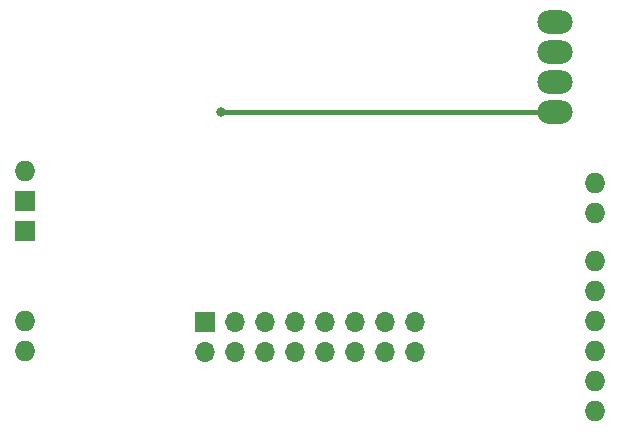
<source format=gbr>
%TF.GenerationSoftware,KiCad,Pcbnew,(6.0.11)*%
%TF.CreationDate,2024-01-05T14:55:53+00:00*%
%TF.ProjectId,EcoIDTester,45636f49-4454-4657-9374-65722e6b6963,rev?*%
%TF.SameCoordinates,Original*%
%TF.FileFunction,Copper,L1,Top*%
%TF.FilePolarity,Positive*%
%FSLAX46Y46*%
G04 Gerber Fmt 4.6, Leading zero omitted, Abs format (unit mm)*
G04 Created by KiCad (PCBNEW (6.0.11)) date 2024-01-05 14:55:53*
%MOMM*%
%LPD*%
G01*
G04 APERTURE LIST*
%TA.AperFunction,ComponentPad*%
%ADD10R,1.700000X1.700000*%
%TD*%
%TA.AperFunction,ComponentPad*%
%ADD11O,1.700000X1.700000*%
%TD*%
%TA.AperFunction,ComponentPad*%
%ADD12O,3.000000X2.000000*%
%TD*%
%TA.AperFunction,ComponentPad*%
%ADD13O,1.727200X1.727200*%
%TD*%
%TA.AperFunction,ComponentPad*%
%ADD14R,1.727200X1.727200*%
%TD*%
%TA.AperFunction,ViaPad*%
%ADD15C,0.800000*%
%TD*%
%TA.AperFunction,Conductor*%
%ADD16C,0.400000*%
%TD*%
G04 APERTURE END LIST*
D10*
%TO.P,J1,1,Pin_1*%
%TO.N,/D9*%
X190700000Y-85490000D03*
D11*
%TO.P,J1,2,Pin_2*%
%TO.N,GND*%
X190700000Y-88030000D03*
%TO.P,J1,3,Pin_3*%
%TO.N,/D8*%
X193240000Y-85490000D03*
%TO.P,J1,4,Pin_4*%
%TO.N,GND*%
X193240000Y-88030000D03*
%TO.P,J1,5,Pin_5*%
%TO.N,/D7*%
X195780000Y-85490000D03*
%TO.P,J1,6,Pin_6*%
%TO.N,GND*%
X195780000Y-88030000D03*
%TO.P,J1,7,Pin_7*%
%TO.N,/D6*%
X198320000Y-85490000D03*
%TO.P,J1,8,Pin_8*%
%TO.N,GND*%
X198320000Y-88030000D03*
%TO.P,J1,9,Pin_9*%
%TO.N,/D5*%
X200860000Y-85490000D03*
%TO.P,J1,10,Pin_10*%
%TO.N,GND*%
X200860000Y-88030000D03*
%TO.P,J1,11,Pin_11*%
%TO.N,/D4*%
X203400000Y-85490000D03*
%TO.P,J1,12,Pin_12*%
%TO.N,GND*%
X203400000Y-88030000D03*
%TO.P,J1,13,Pin_13*%
%TO.N,/D3*%
X205940000Y-85490000D03*
%TO.P,J1,14,Pin_14*%
%TO.N,GND*%
X205940000Y-88030000D03*
%TO.P,J1,15,Pin_15*%
%TO.N,/D2*%
X208480000Y-85490000D03*
%TO.P,J1,16,Pin_16*%
%TO.N,GND*%
X208480000Y-88030000D03*
%TD*%
D12*
%TO.P,J2,1,Pin_1*%
%TO.N,/CLK*%
X220350000Y-60090000D03*
%TO.P,J2,2,Pin_2*%
%TO.N,/DIO*%
X220350000Y-62630000D03*
%TO.P,J2,3,Pin_3*%
%TO.N,GND*%
X220350000Y-65170000D03*
%TO.P,J2,4,Pin_4*%
%TO.N,+5V*%
X220350000Y-67710000D03*
%TD*%
D13*
%TO.P,A1,5V1,5V*%
%TO.N,+5V*%
X175450000Y-72780000D03*
%TO.P,A1,A0,A0*%
%TO.N,/CLK*%
X175450000Y-85480000D03*
%TO.P,A1,A1,A1*%
%TO.N,/DIO*%
X175450000Y-88020000D03*
%TO.P,A1,D2,D2_INT0*%
%TO.N,/D2*%
X223710000Y-93100000D03*
%TO.P,A1,D3,D3_INT1*%
%TO.N,/D3*%
X223710000Y-90560000D03*
%TO.P,A1,D4,D4*%
%TO.N,/D4*%
X223710000Y-88020000D03*
%TO.P,A1,D5,D5*%
%TO.N,/D5*%
X223710000Y-85480000D03*
%TO.P,A1,D6,D6*%
%TO.N,/D6*%
X223710000Y-82940000D03*
%TO.P,A1,D7,D7*%
%TO.N,/D7*%
X223710000Y-80400000D03*
%TO.P,A1,D8,D8*%
%TO.N,/D8*%
X223710000Y-76336000D03*
%TO.P,A1,D9,D9*%
%TO.N,/D9*%
X223710000Y-73796000D03*
D14*
%TO.P,A1,GND2,GND*%
%TO.N,GND*%
X175450000Y-75320000D03*
%TO.P,A1,GND3,GND*%
X175450000Y-77860000D03*
%TD*%
D15*
%TO.N,+5V*%
X192060000Y-67760000D03*
%TD*%
D16*
%TO.N,+5V*%
X220350000Y-67710000D02*
X192110000Y-67710000D01*
X192110000Y-67710000D02*
X192060000Y-67760000D01*
%TD*%
M02*

</source>
